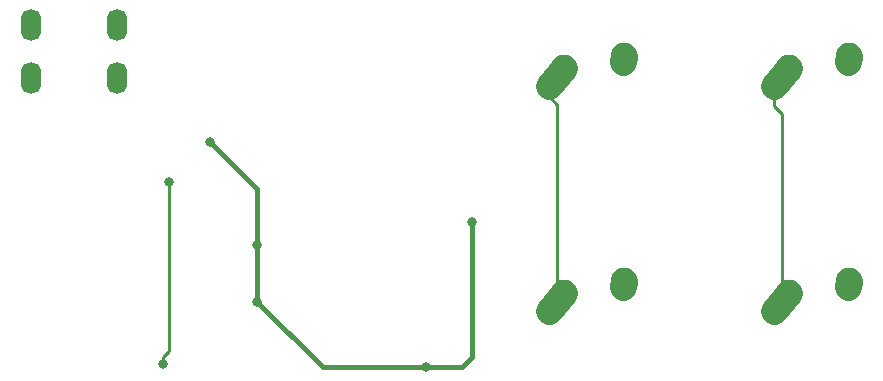
<source format=gtl>
G04 #@! TF.GenerationSoftware,KiCad,Pcbnew,(5.1.4)-1*
G04 #@! TF.CreationDate,2020-11-08T14:39:36-05:00*
G04 #@! TF.ProjectId,ai03-pcb-guide,61693033-2d70-4636-922d-67756964652e,rev?*
G04 #@! TF.SameCoordinates,Original*
G04 #@! TF.FileFunction,Copper,L1,Top*
G04 #@! TF.FilePolarity,Positive*
%FSLAX46Y46*%
G04 Gerber Fmt 4.6, Leading zero omitted, Abs format (unit mm)*
G04 Created by KiCad (PCBNEW (5.1.4)-1) date 2020-11-08 14:39:36*
%MOMM*%
%LPD*%
G04 APERTURE LIST*
%ADD10O,1.700000X2.700000*%
%ADD11C,2.250000*%
%ADD12C,2.250000*%
%ADD13C,0.800000*%
%ADD14C,0.381000*%
%ADD15C,0.254000*%
G04 APERTURE END LIST*
D10*
X87218500Y-116300250D03*
X94518500Y-116300250D03*
X94518500Y-120800250D03*
X87218500Y-120800250D03*
D11*
X151424000Y-139002000D03*
X150769001Y-139732000D03*
D12*
X150114000Y-140462000D02*
X151424002Y-139002000D01*
D11*
X156464000Y-137922000D03*
X156444000Y-138212000D03*
D12*
X156424000Y-138502000D02*
X156464000Y-137922000D01*
D11*
X132374000Y-139002000D03*
X131719001Y-139732000D03*
D12*
X131064000Y-140462000D02*
X132374002Y-139002000D01*
D11*
X137414000Y-137922000D03*
X137394000Y-138212000D03*
D12*
X137374000Y-138502000D02*
X137414000Y-137922000D01*
D11*
X151424000Y-119952000D03*
X150769001Y-120682000D03*
D12*
X150114000Y-121412000D02*
X151424002Y-119952000D01*
D11*
X156464000Y-118872000D03*
X156444000Y-119162000D03*
D12*
X156424000Y-119452000D02*
X156464000Y-118872000D01*
D11*
X132374000Y-119952000D03*
X131719001Y-120682000D03*
D12*
X131064000Y-121412000D02*
X132374002Y-119952000D01*
D11*
X137414000Y-118872000D03*
X137394000Y-119162000D03*
D12*
X137374000Y-119452000D02*
X137414000Y-118872000D01*
D13*
X124556046Y-132920279D03*
X120650000Y-145256250D03*
X106362500Y-139700000D03*
X106362500Y-134937500D03*
X102393750Y-126206250D03*
X98384750Y-144993750D03*
X98933000Y-129540000D03*
D14*
X124556046Y-132920279D02*
X124556046Y-144399796D01*
X124556046Y-144399796D02*
X123699592Y-145256250D01*
X123699592Y-145256250D02*
X120650000Y-145256250D01*
X106362500Y-139700000D02*
X106362500Y-134937500D01*
X106362500Y-134937500D02*
X106362500Y-130175000D01*
X106362500Y-130175000D02*
X102393750Y-126206250D01*
X106362500Y-139700000D02*
X111918750Y-145256250D01*
X111918750Y-145256250D02*
X120650000Y-145256250D01*
D15*
X131762500Y-138390500D02*
X132374000Y-139002000D01*
X131762500Y-123031250D02*
X131762500Y-138390500D01*
X131064000Y-121412000D02*
X131064000Y-122332750D01*
X131064000Y-122332750D02*
X131762500Y-123031250D01*
X150812500Y-138390500D02*
X151424000Y-139002000D01*
X150812500Y-123825000D02*
X150812500Y-138390500D01*
X150114000Y-121412000D02*
X150114000Y-123126500D01*
X150114000Y-123126500D02*
X150812500Y-123825000D01*
X98384750Y-144428065D02*
X98933000Y-143879815D01*
X98384750Y-144993750D02*
X98384750Y-144428065D01*
X98933000Y-143879815D02*
X98933000Y-129540000D01*
M02*

</source>
